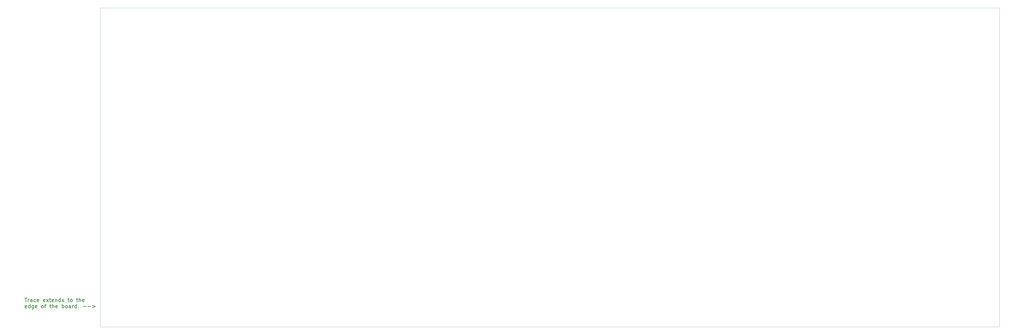
<source format=gbr>
%TF.GenerationSoftware,KiCad,Pcbnew,(6.0.5-0)*%
%TF.CreationDate,2022-06-24T21:01:45-04:00*%
%TF.ProjectId,SpaceCadet-rounded,53706163-6543-4616-9465-742d726f756e,rev?*%
%TF.SameCoordinates,Original*%
%TF.FileFunction,AssemblyDrawing,Bot*%
%FSLAX46Y46*%
G04 Gerber Fmt 4.6, Leading zero omitted, Abs format (unit mm)*
G04 Created by KiCad (PCBNEW (6.0.5-0)) date 2022-06-24 21:01:45*
%MOMM*%
%LPD*%
G01*
G04 APERTURE LIST*
%TA.AperFunction,Profile*%
%ADD10C,0.100000*%
%TD*%
%ADD11C,0.300000*%
G04 APERTURE END LIST*
D10*
X64250000Y-81300000D02*
X533250000Y-81300000D01*
X533250000Y-81300000D02*
X533250000Y-247900000D01*
X533250000Y-247900000D02*
X64250000Y-247900000D01*
X64250000Y-247900000D02*
X64250000Y-81300000D01*
D11*
X24905476Y-232794761D02*
X26048333Y-232794761D01*
X25476904Y-234794761D02*
X25476904Y-232794761D01*
X26715000Y-234794761D02*
X26715000Y-233461428D01*
X26715000Y-233842380D02*
X26810238Y-233651904D01*
X26905476Y-233556666D01*
X27095952Y-233461428D01*
X27286428Y-233461428D01*
X28810238Y-234794761D02*
X28810238Y-233747142D01*
X28715000Y-233556666D01*
X28524523Y-233461428D01*
X28143571Y-233461428D01*
X27953095Y-233556666D01*
X28810238Y-234699523D02*
X28619761Y-234794761D01*
X28143571Y-234794761D01*
X27953095Y-234699523D01*
X27857857Y-234509047D01*
X27857857Y-234318571D01*
X27953095Y-234128095D01*
X28143571Y-234032857D01*
X28619761Y-234032857D01*
X28810238Y-233937619D01*
X30619761Y-234699523D02*
X30429285Y-234794761D01*
X30048333Y-234794761D01*
X29857857Y-234699523D01*
X29762619Y-234604285D01*
X29667380Y-234413809D01*
X29667380Y-233842380D01*
X29762619Y-233651904D01*
X29857857Y-233556666D01*
X30048333Y-233461428D01*
X30429285Y-233461428D01*
X30619761Y-233556666D01*
X32238809Y-234699523D02*
X32048333Y-234794761D01*
X31667380Y-234794761D01*
X31476904Y-234699523D01*
X31381666Y-234509047D01*
X31381666Y-233747142D01*
X31476904Y-233556666D01*
X31667380Y-233461428D01*
X32048333Y-233461428D01*
X32238809Y-233556666D01*
X32334047Y-233747142D01*
X32334047Y-233937619D01*
X31381666Y-234128095D01*
X35476904Y-234699523D02*
X35286428Y-234794761D01*
X34905476Y-234794761D01*
X34715000Y-234699523D01*
X34619761Y-234509047D01*
X34619761Y-233747142D01*
X34715000Y-233556666D01*
X34905476Y-233461428D01*
X35286428Y-233461428D01*
X35476904Y-233556666D01*
X35572142Y-233747142D01*
X35572142Y-233937619D01*
X34619761Y-234128095D01*
X36238809Y-234794761D02*
X37286428Y-233461428D01*
X36238809Y-233461428D02*
X37286428Y-234794761D01*
X37762619Y-233461428D02*
X38524523Y-233461428D01*
X38048333Y-232794761D02*
X38048333Y-234509047D01*
X38143571Y-234699523D01*
X38334047Y-234794761D01*
X38524523Y-234794761D01*
X39953095Y-234699523D02*
X39762619Y-234794761D01*
X39381666Y-234794761D01*
X39191190Y-234699523D01*
X39095952Y-234509047D01*
X39095952Y-233747142D01*
X39191190Y-233556666D01*
X39381666Y-233461428D01*
X39762619Y-233461428D01*
X39953095Y-233556666D01*
X40048333Y-233747142D01*
X40048333Y-233937619D01*
X39095952Y-234128095D01*
X40905476Y-233461428D02*
X40905476Y-234794761D01*
X40905476Y-233651904D02*
X41000714Y-233556666D01*
X41191190Y-233461428D01*
X41476904Y-233461428D01*
X41667380Y-233556666D01*
X41762619Y-233747142D01*
X41762619Y-234794761D01*
X43572142Y-234794761D02*
X43572142Y-232794761D01*
X43572142Y-234699523D02*
X43381666Y-234794761D01*
X43000714Y-234794761D01*
X42810238Y-234699523D01*
X42715000Y-234604285D01*
X42619761Y-234413809D01*
X42619761Y-233842380D01*
X42715000Y-233651904D01*
X42810238Y-233556666D01*
X43000714Y-233461428D01*
X43381666Y-233461428D01*
X43572142Y-233556666D01*
X44429285Y-234699523D02*
X44619761Y-234794761D01*
X45000714Y-234794761D01*
X45191190Y-234699523D01*
X45286428Y-234509047D01*
X45286428Y-234413809D01*
X45191190Y-234223333D01*
X45000714Y-234128095D01*
X44715000Y-234128095D01*
X44524523Y-234032857D01*
X44429285Y-233842380D01*
X44429285Y-233747142D01*
X44524523Y-233556666D01*
X44715000Y-233461428D01*
X45000714Y-233461428D01*
X45191190Y-233556666D01*
X47381666Y-233461428D02*
X48143571Y-233461428D01*
X47667380Y-232794761D02*
X47667380Y-234509047D01*
X47762619Y-234699523D01*
X47953095Y-234794761D01*
X48143571Y-234794761D01*
X49095952Y-234794761D02*
X48905476Y-234699523D01*
X48810238Y-234604285D01*
X48715000Y-234413809D01*
X48715000Y-233842380D01*
X48810238Y-233651904D01*
X48905476Y-233556666D01*
X49095952Y-233461428D01*
X49381666Y-233461428D01*
X49572142Y-233556666D01*
X49667380Y-233651904D01*
X49762619Y-233842380D01*
X49762619Y-234413809D01*
X49667380Y-234604285D01*
X49572142Y-234699523D01*
X49381666Y-234794761D01*
X49095952Y-234794761D01*
X51857857Y-233461428D02*
X52619761Y-233461428D01*
X52143571Y-232794761D02*
X52143571Y-234509047D01*
X52238809Y-234699523D01*
X52429285Y-234794761D01*
X52619761Y-234794761D01*
X53286428Y-234794761D02*
X53286428Y-232794761D01*
X54143571Y-234794761D02*
X54143571Y-233747142D01*
X54048333Y-233556666D01*
X53857857Y-233461428D01*
X53572142Y-233461428D01*
X53381666Y-233556666D01*
X53286428Y-233651904D01*
X55857857Y-234699523D02*
X55667380Y-234794761D01*
X55286428Y-234794761D01*
X55095952Y-234699523D01*
X55000714Y-234509047D01*
X55000714Y-233747142D01*
X55095952Y-233556666D01*
X55286428Y-233461428D01*
X55667380Y-233461428D01*
X55857857Y-233556666D01*
X55953095Y-233747142D01*
X55953095Y-233937619D01*
X55000714Y-234128095D01*
X25953095Y-237919523D02*
X25762619Y-238014761D01*
X25381666Y-238014761D01*
X25191190Y-237919523D01*
X25095952Y-237729047D01*
X25095952Y-236967142D01*
X25191190Y-236776666D01*
X25381666Y-236681428D01*
X25762619Y-236681428D01*
X25953095Y-236776666D01*
X26048333Y-236967142D01*
X26048333Y-237157619D01*
X25095952Y-237348095D01*
X27762619Y-238014761D02*
X27762619Y-236014761D01*
X27762619Y-237919523D02*
X27572142Y-238014761D01*
X27191190Y-238014761D01*
X27000714Y-237919523D01*
X26905476Y-237824285D01*
X26810238Y-237633809D01*
X26810238Y-237062380D01*
X26905476Y-236871904D01*
X27000714Y-236776666D01*
X27191190Y-236681428D01*
X27572142Y-236681428D01*
X27762619Y-236776666D01*
X29572142Y-236681428D02*
X29572142Y-238300476D01*
X29476904Y-238490952D01*
X29381666Y-238586190D01*
X29191190Y-238681428D01*
X28905476Y-238681428D01*
X28715000Y-238586190D01*
X29572142Y-237919523D02*
X29381666Y-238014761D01*
X29000714Y-238014761D01*
X28810238Y-237919523D01*
X28715000Y-237824285D01*
X28619761Y-237633809D01*
X28619761Y-237062380D01*
X28715000Y-236871904D01*
X28810238Y-236776666D01*
X29000714Y-236681428D01*
X29381666Y-236681428D01*
X29572142Y-236776666D01*
X31286428Y-237919523D02*
X31095952Y-238014761D01*
X30715000Y-238014761D01*
X30524523Y-237919523D01*
X30429285Y-237729047D01*
X30429285Y-236967142D01*
X30524523Y-236776666D01*
X30715000Y-236681428D01*
X31095952Y-236681428D01*
X31286428Y-236776666D01*
X31381666Y-236967142D01*
X31381666Y-237157619D01*
X30429285Y-237348095D01*
X34048333Y-238014761D02*
X33857857Y-237919523D01*
X33762619Y-237824285D01*
X33667380Y-237633809D01*
X33667380Y-237062380D01*
X33762619Y-236871904D01*
X33857857Y-236776666D01*
X34048333Y-236681428D01*
X34334047Y-236681428D01*
X34524523Y-236776666D01*
X34619761Y-236871904D01*
X34715000Y-237062380D01*
X34715000Y-237633809D01*
X34619761Y-237824285D01*
X34524523Y-237919523D01*
X34334047Y-238014761D01*
X34048333Y-238014761D01*
X35286428Y-236681428D02*
X36048333Y-236681428D01*
X35572142Y-238014761D02*
X35572142Y-236300476D01*
X35667380Y-236110000D01*
X35857857Y-236014761D01*
X36048333Y-236014761D01*
X37953095Y-236681428D02*
X38715000Y-236681428D01*
X38238809Y-236014761D02*
X38238809Y-237729047D01*
X38334047Y-237919523D01*
X38524523Y-238014761D01*
X38715000Y-238014761D01*
X39381666Y-238014761D02*
X39381666Y-236014761D01*
X40238809Y-238014761D02*
X40238809Y-236967142D01*
X40143571Y-236776666D01*
X39953095Y-236681428D01*
X39667380Y-236681428D01*
X39476904Y-236776666D01*
X39381666Y-236871904D01*
X41953095Y-237919523D02*
X41762619Y-238014761D01*
X41381666Y-238014761D01*
X41191190Y-237919523D01*
X41095952Y-237729047D01*
X41095952Y-236967142D01*
X41191190Y-236776666D01*
X41381666Y-236681428D01*
X41762619Y-236681428D01*
X41953095Y-236776666D01*
X42048333Y-236967142D01*
X42048333Y-237157619D01*
X41095952Y-237348095D01*
X44429285Y-238014761D02*
X44429285Y-236014761D01*
X44429285Y-236776666D02*
X44619761Y-236681428D01*
X45000714Y-236681428D01*
X45191190Y-236776666D01*
X45286428Y-236871904D01*
X45381666Y-237062380D01*
X45381666Y-237633809D01*
X45286428Y-237824285D01*
X45191190Y-237919523D01*
X45000714Y-238014761D01*
X44619761Y-238014761D01*
X44429285Y-237919523D01*
X46524523Y-238014761D02*
X46334047Y-237919523D01*
X46238809Y-237824285D01*
X46143571Y-237633809D01*
X46143571Y-237062380D01*
X46238809Y-236871904D01*
X46334047Y-236776666D01*
X46524523Y-236681428D01*
X46810238Y-236681428D01*
X47000714Y-236776666D01*
X47095952Y-236871904D01*
X47191190Y-237062380D01*
X47191190Y-237633809D01*
X47095952Y-237824285D01*
X47000714Y-237919523D01*
X46810238Y-238014761D01*
X46524523Y-238014761D01*
X48905476Y-238014761D02*
X48905476Y-236967142D01*
X48810238Y-236776666D01*
X48619761Y-236681428D01*
X48238809Y-236681428D01*
X48048333Y-236776666D01*
X48905476Y-237919523D02*
X48715000Y-238014761D01*
X48238809Y-238014761D01*
X48048333Y-237919523D01*
X47953095Y-237729047D01*
X47953095Y-237538571D01*
X48048333Y-237348095D01*
X48238809Y-237252857D01*
X48715000Y-237252857D01*
X48905476Y-237157619D01*
X49857857Y-238014761D02*
X49857857Y-236681428D01*
X49857857Y-237062380D02*
X49953095Y-236871904D01*
X50048333Y-236776666D01*
X50238809Y-236681428D01*
X50429285Y-236681428D01*
X51953095Y-238014761D02*
X51953095Y-236014761D01*
X51953095Y-237919523D02*
X51762619Y-238014761D01*
X51381666Y-238014761D01*
X51191190Y-237919523D01*
X51095952Y-237824285D01*
X51000714Y-237633809D01*
X51000714Y-237062380D01*
X51095952Y-236871904D01*
X51191190Y-236776666D01*
X51381666Y-236681428D01*
X51762619Y-236681428D01*
X51953095Y-236776666D01*
X52905476Y-237824285D02*
X53000714Y-237919523D01*
X52905476Y-238014761D01*
X52810238Y-237919523D01*
X52905476Y-237824285D01*
X52905476Y-238014761D01*
X55381666Y-237252857D02*
X56905476Y-237252857D01*
X57857857Y-237252857D02*
X59381666Y-237252857D01*
X60334047Y-236681428D02*
X61857857Y-237252857D01*
X60334047Y-237824285D01*
M02*

</source>
